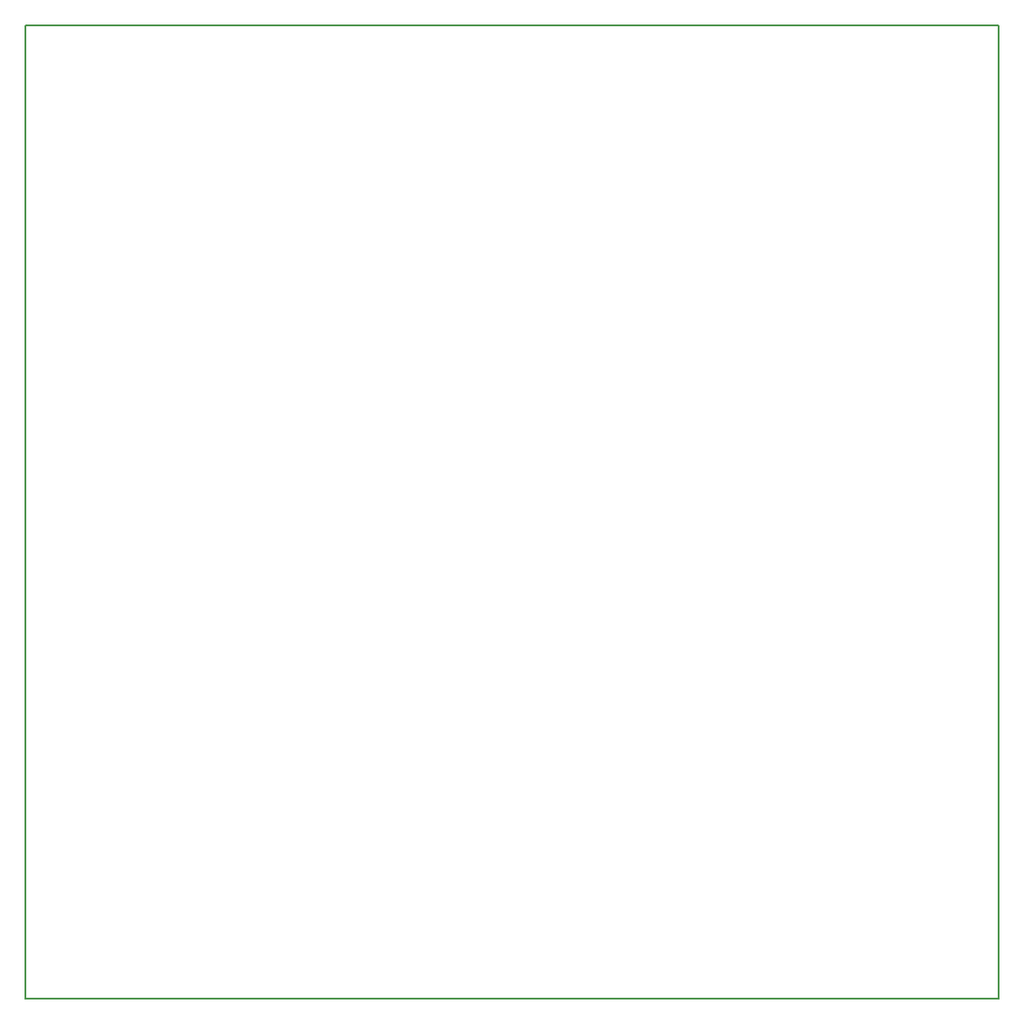
<source format=gbr>
%TF.GenerationSoftware,KiCad,Pcbnew,6.0.4-6f826c9f35~116~ubuntu20.04.1*%
%TF.CreationDate,2022-08-20T22:06:25+00:00*%
%TF.ProjectId,QFHMIX01D,5146484d-4958-4303-9144-2e6b69636164,REV 0.2*%
%TF.SameCoordinates,Original*%
%TF.FileFunction,Profile,NP*%
%FSLAX46Y46*%
G04 Gerber Fmt 4.6, Leading zero omitted, Abs format (unit mm)*
G04 Created by KiCad (PCBNEW 6.0.4-6f826c9f35~116~ubuntu20.04.1) date 2022-08-20 22:06:25*
%MOMM*%
%LPD*%
G01*
G04 APERTURE LIST*
%TA.AperFunction,Profile*%
%ADD10C,0.200000*%
%TD*%
G04 APERTURE END LIST*
D10*
X104534000Y-44534000D02*
X104534000Y-135466000D01*
X195466000Y-135466000D02*
X195466000Y-44534000D01*
X104534000Y-44534000D02*
X195466000Y-44534000D01*
X104534000Y-135466000D02*
X195466000Y-135466000D01*
M02*

</source>
